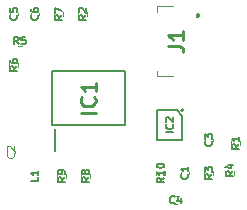
<source format=gto>
G04 #@! TF.GenerationSoftware,KiCad,Pcbnew,(5.1.8)-1*
G04 #@! TF.CreationDate,2021-03-29T10:41:43+03:00*
G04 #@! TF.ProjectId,sensor board,73656e73-6f72-4206-926f-6172642e6b69,rev?*
G04 #@! TF.SameCoordinates,Original*
G04 #@! TF.FileFunction,Legend,Top*
G04 #@! TF.FilePolarity,Positive*
%FSLAX46Y46*%
G04 Gerber Fmt 4.6, Leading zero omitted, Abs format (unit mm)*
G04 Created by KiCad (PCBNEW (5.1.8)-1) date 2021-03-29 10:41:43*
%MOMM*%
%LPD*%
G01*
G04 APERTURE LIST*
%ADD10C,0.120000*%
%ADD11C,0.200000*%
%ADD12C,0.100000*%
%ADD13C,0.300000*%
%ADD14C,0.127000*%
%ADD15C,0.112700*%
%ADD16C,0.254000*%
G04 APERTURE END LIST*
D10*
X144146000Y-83719641D02*
X144146000Y-83412359D01*
X144906000Y-83719641D02*
X144906000Y-83412359D01*
X138302000Y-69950359D02*
X138302000Y-70257641D01*
X137542000Y-69950359D02*
X137542000Y-70257641D01*
X150496000Y-81179641D02*
X150496000Y-80872359D01*
X151256000Y-81179641D02*
X151256000Y-80872359D01*
X132741641Y-72770000D02*
X132434359Y-72770000D01*
X132741641Y-72010000D02*
X132434359Y-72010000D01*
X146198000Y-83458164D02*
X146198000Y-83673836D01*
X146918000Y-83458164D02*
X146918000Y-83673836D01*
X148950000Y-80879836D02*
X148950000Y-80664164D01*
X148230000Y-80879836D02*
X148230000Y-80664164D01*
X132186000Y-81680164D02*
X132186000Y-81895836D01*
X131466000Y-81680164D02*
X131466000Y-81895836D01*
X145660164Y-85492000D02*
X145875836Y-85492000D01*
X145660164Y-86212000D02*
X145875836Y-86212000D01*
X131720000Y-69996164D02*
X131720000Y-70211836D01*
X132440000Y-69996164D02*
X132440000Y-70211836D01*
X134218000Y-69996164D02*
X134218000Y-70211836D01*
X133498000Y-69996164D02*
X133498000Y-70211836D01*
D11*
X135330000Y-79516000D02*
X135330000Y-74916000D01*
X135330000Y-74916000D02*
X141530000Y-74916000D01*
X141530000Y-74916000D02*
X141530000Y-79516000D01*
X141530000Y-79516000D02*
X135330000Y-79516000D01*
X135580000Y-81666000D02*
X135580000Y-79866000D01*
X146346000Y-78702000D02*
X146346000Y-80760000D01*
X146346000Y-80760000D02*
X144230000Y-80760000D01*
X144230000Y-80760000D02*
X144230000Y-78244000D01*
X144230000Y-78244000D02*
X145888000Y-78244000D01*
X145888000Y-78244000D02*
X146346000Y-78702000D01*
X146446000Y-78244000D02*
G75*
G03*
X146446000Y-78244000I-100000J0D01*
G01*
D12*
X144167000Y-74890000D02*
X144167000Y-75390000D01*
X144167000Y-75390000D02*
X145542000Y-75390000D01*
X144167000Y-69890000D02*
X144167000Y-69390000D01*
X144167000Y-69390000D02*
X145542000Y-69390000D01*
D13*
X147642000Y-70290000D02*
X147642000Y-70290000D01*
X147642000Y-70190000D02*
X147642000Y-70190000D01*
X147642000Y-70190000D02*
G75*
G02*
X147642000Y-70290000I0J-50000D01*
G01*
X147642000Y-70290000D02*
G75*
G02*
X147642000Y-70190000I0J50000D01*
G01*
D10*
X148210000Y-83412359D02*
X148210000Y-83719641D01*
X148970000Y-83412359D02*
X148970000Y-83719641D01*
X150748000Y-83412359D02*
X150748000Y-83719641D01*
X149988000Y-83412359D02*
X149988000Y-83719641D01*
X135510000Y-69950359D02*
X135510000Y-70257641D01*
X136270000Y-69950359D02*
X136270000Y-70257641D01*
X137796000Y-83973641D02*
X137796000Y-83666359D01*
X138556000Y-83973641D02*
X138556000Y-83666359D01*
X135764000Y-83973641D02*
X135764000Y-83666359D01*
X136524000Y-83973641D02*
X136524000Y-83666359D01*
X132460000Y-74575641D02*
X132460000Y-74268359D01*
X131700000Y-74575641D02*
X131700000Y-74268359D01*
D14*
X144813261Y-83974214D02*
X144510880Y-84185880D01*
X144813261Y-84337071D02*
X144178261Y-84337071D01*
X144178261Y-84095166D01*
X144208500Y-84034690D01*
X144238738Y-84004452D01*
X144299214Y-83974214D01*
X144389928Y-83974214D01*
X144450404Y-84004452D01*
X144480642Y-84034690D01*
X144510880Y-84095166D01*
X144510880Y-84337071D01*
X144813261Y-83369452D02*
X144813261Y-83732309D01*
X144813261Y-83550880D02*
X144178261Y-83550880D01*
X144268976Y-83611357D01*
X144329452Y-83671833D01*
X144359690Y-83732309D01*
X144178261Y-82976357D02*
X144178261Y-82915880D01*
X144208500Y-82855404D01*
X144238738Y-82825166D01*
X144299214Y-82794928D01*
X144420166Y-82764690D01*
X144571357Y-82764690D01*
X144692309Y-82794928D01*
X144752785Y-82825166D01*
X144783023Y-82855404D01*
X144813261Y-82915880D01*
X144813261Y-82976357D01*
X144783023Y-83036833D01*
X144752785Y-83067071D01*
X144692309Y-83097309D01*
X144571357Y-83127547D01*
X144420166Y-83127547D01*
X144299214Y-83097309D01*
X144238738Y-83067071D01*
X144208500Y-83036833D01*
X144178261Y-82976357D01*
X138209261Y-70209833D02*
X137906880Y-70421500D01*
X138209261Y-70572690D02*
X137574261Y-70572690D01*
X137574261Y-70330785D01*
X137604500Y-70270309D01*
X137634738Y-70240071D01*
X137695214Y-70209833D01*
X137785928Y-70209833D01*
X137846404Y-70240071D01*
X137876642Y-70270309D01*
X137906880Y-70330785D01*
X137906880Y-70572690D01*
X137634738Y-69967928D02*
X137604500Y-69937690D01*
X137574261Y-69877214D01*
X137574261Y-69726023D01*
X137604500Y-69665547D01*
X137634738Y-69635309D01*
X137695214Y-69605071D01*
X137755690Y-69605071D01*
X137846404Y-69635309D01*
X138209261Y-69998166D01*
X138209261Y-69605071D01*
X151163261Y-81131833D02*
X150860880Y-81343500D01*
X151163261Y-81494690D02*
X150528261Y-81494690D01*
X150528261Y-81252785D01*
X150558500Y-81192309D01*
X150588738Y-81162071D01*
X150649214Y-81131833D01*
X150739928Y-81131833D01*
X150800404Y-81162071D01*
X150830642Y-81192309D01*
X150860880Y-81252785D01*
X150860880Y-81494690D01*
X151163261Y-80527071D02*
X151163261Y-80889928D01*
X151163261Y-80708500D02*
X150528261Y-80708500D01*
X150618976Y-80768976D01*
X150679452Y-80829452D01*
X150709690Y-80889928D01*
X132482166Y-72677261D02*
X132270500Y-72374880D01*
X132119309Y-72677261D02*
X132119309Y-72042261D01*
X132361214Y-72042261D01*
X132421690Y-72072500D01*
X132451928Y-72102738D01*
X132482166Y-72163214D01*
X132482166Y-72253928D01*
X132451928Y-72314404D01*
X132421690Y-72344642D01*
X132361214Y-72374880D01*
X132119309Y-72374880D01*
X133056690Y-72042261D02*
X132754309Y-72042261D01*
X132724071Y-72344642D01*
X132754309Y-72314404D01*
X132814785Y-72284166D01*
X132965976Y-72284166D01*
X133026452Y-72314404D01*
X133056690Y-72344642D01*
X133086928Y-72405119D01*
X133086928Y-72556309D01*
X133056690Y-72616785D01*
X133026452Y-72647023D01*
X132965976Y-72677261D01*
X132814785Y-72677261D01*
X132754309Y-72647023D01*
X132724071Y-72616785D01*
X146784785Y-83671833D02*
X146815023Y-83702071D01*
X146845261Y-83792785D01*
X146845261Y-83853261D01*
X146815023Y-83943976D01*
X146754547Y-84004452D01*
X146694071Y-84034690D01*
X146573119Y-84064928D01*
X146482404Y-84064928D01*
X146361452Y-84034690D01*
X146300976Y-84004452D01*
X146240500Y-83943976D01*
X146210261Y-83853261D01*
X146210261Y-83792785D01*
X146240500Y-83702071D01*
X146270738Y-83671833D01*
X146845261Y-83067071D02*
X146845261Y-83429928D01*
X146845261Y-83248500D02*
X146210261Y-83248500D01*
X146300976Y-83308976D01*
X146361452Y-83369452D01*
X146391690Y-83429928D01*
X148816785Y-80877833D02*
X148847023Y-80908071D01*
X148877261Y-80998785D01*
X148877261Y-81059261D01*
X148847023Y-81149976D01*
X148786547Y-81210452D01*
X148726071Y-81240690D01*
X148605119Y-81270928D01*
X148514404Y-81270928D01*
X148393452Y-81240690D01*
X148332976Y-81210452D01*
X148272500Y-81149976D01*
X148242261Y-81059261D01*
X148242261Y-80998785D01*
X148272500Y-80908071D01*
X148302738Y-80877833D01*
X148242261Y-80666166D02*
X148242261Y-80273071D01*
X148484166Y-80484738D01*
X148484166Y-80394023D01*
X148514404Y-80333547D01*
X148544642Y-80303309D01*
X148605119Y-80273071D01*
X148756309Y-80273071D01*
X148816785Y-80303309D01*
X148847023Y-80333547D01*
X148877261Y-80394023D01*
X148877261Y-80575452D01*
X148847023Y-80635928D01*
X148816785Y-80666166D01*
D15*
X132052785Y-81893833D02*
X132083023Y-81924071D01*
X132113261Y-82014785D01*
X132113261Y-82075261D01*
X132083023Y-82165976D01*
X132022547Y-82226452D01*
X131962071Y-82256690D01*
X131841119Y-82286928D01*
X131750404Y-82286928D01*
X131629452Y-82256690D01*
X131568976Y-82226452D01*
X131508500Y-82165976D01*
X131478261Y-82075261D01*
X131478261Y-82014785D01*
X131508500Y-81924071D01*
X131538738Y-81893833D01*
X131538738Y-81651928D02*
X131508500Y-81621690D01*
X131478261Y-81561214D01*
X131478261Y-81410023D01*
X131508500Y-81349547D01*
X131538738Y-81319309D01*
X131599214Y-81289071D01*
X131659690Y-81289071D01*
X131750404Y-81319309D01*
X132113261Y-81682166D01*
X132113261Y-81289071D01*
D14*
X145690166Y-86078785D02*
X145659928Y-86109023D01*
X145569214Y-86139261D01*
X145508738Y-86139261D01*
X145418023Y-86109023D01*
X145357547Y-86048547D01*
X145327309Y-85988071D01*
X145297071Y-85867119D01*
X145297071Y-85776404D01*
X145327309Y-85655452D01*
X145357547Y-85594976D01*
X145418023Y-85534500D01*
X145508738Y-85504261D01*
X145569214Y-85504261D01*
X145659928Y-85534500D01*
X145690166Y-85564738D01*
X146234452Y-85715928D02*
X146234452Y-86139261D01*
X146083261Y-85474023D02*
X145932071Y-85927595D01*
X146325166Y-85927595D01*
X132306785Y-70209833D02*
X132337023Y-70240071D01*
X132367261Y-70330785D01*
X132367261Y-70391261D01*
X132337023Y-70481976D01*
X132276547Y-70542452D01*
X132216071Y-70572690D01*
X132095119Y-70602928D01*
X132004404Y-70602928D01*
X131883452Y-70572690D01*
X131822976Y-70542452D01*
X131762500Y-70481976D01*
X131732261Y-70391261D01*
X131732261Y-70330785D01*
X131762500Y-70240071D01*
X131792738Y-70209833D01*
X131732261Y-69635309D02*
X131732261Y-69937690D01*
X132034642Y-69967928D01*
X132004404Y-69937690D01*
X131974166Y-69877214D01*
X131974166Y-69726023D01*
X132004404Y-69665547D01*
X132034642Y-69635309D01*
X132095119Y-69605071D01*
X132246309Y-69605071D01*
X132306785Y-69635309D01*
X132337023Y-69665547D01*
X132367261Y-69726023D01*
X132367261Y-69877214D01*
X132337023Y-69937690D01*
X132306785Y-69967928D01*
X134084785Y-70209833D02*
X134115023Y-70240071D01*
X134145261Y-70330785D01*
X134145261Y-70391261D01*
X134115023Y-70481976D01*
X134054547Y-70542452D01*
X133994071Y-70572690D01*
X133873119Y-70602928D01*
X133782404Y-70602928D01*
X133661452Y-70572690D01*
X133600976Y-70542452D01*
X133540500Y-70481976D01*
X133510261Y-70391261D01*
X133510261Y-70330785D01*
X133540500Y-70240071D01*
X133570738Y-70209833D01*
X133510261Y-69665547D02*
X133510261Y-69786500D01*
X133540500Y-69846976D01*
X133570738Y-69877214D01*
X133661452Y-69937690D01*
X133782404Y-69967928D01*
X134024309Y-69967928D01*
X134084785Y-69937690D01*
X134115023Y-69907452D01*
X134145261Y-69846976D01*
X134145261Y-69726023D01*
X134115023Y-69665547D01*
X134084785Y-69635309D01*
X134024309Y-69605071D01*
X133873119Y-69605071D01*
X133812642Y-69635309D01*
X133782404Y-69665547D01*
X133752166Y-69726023D01*
X133752166Y-69846976D01*
X133782404Y-69907452D01*
X133812642Y-69937690D01*
X133873119Y-69967928D01*
D16*
X139004523Y-78455761D02*
X137734523Y-78455761D01*
X138883571Y-77125285D02*
X138944047Y-77185761D01*
X139004523Y-77367190D01*
X139004523Y-77488142D01*
X138944047Y-77669571D01*
X138823095Y-77790523D01*
X138702142Y-77851000D01*
X138460238Y-77911476D01*
X138278809Y-77911476D01*
X138036904Y-77851000D01*
X137915952Y-77790523D01*
X137795000Y-77669571D01*
X137734523Y-77488142D01*
X137734523Y-77367190D01*
X137795000Y-77185761D01*
X137855476Y-77125285D01*
X139004523Y-75915761D02*
X139004523Y-76641476D01*
X139004523Y-76278619D02*
X137734523Y-76278619D01*
X137915952Y-76399571D01*
X138036904Y-76520523D01*
X138097380Y-76641476D01*
D14*
X145575261Y-80121880D02*
X144940261Y-80121880D01*
X145514785Y-79456642D02*
X145545023Y-79486880D01*
X145575261Y-79577595D01*
X145575261Y-79638071D01*
X145545023Y-79728785D01*
X145484547Y-79789261D01*
X145424071Y-79819500D01*
X145303119Y-79849738D01*
X145212404Y-79849738D01*
X145091452Y-79819500D01*
X145030976Y-79789261D01*
X144970500Y-79728785D01*
X144940261Y-79638071D01*
X144940261Y-79577595D01*
X144970500Y-79486880D01*
X145000738Y-79456642D01*
X145000738Y-79214738D02*
X144970500Y-79184500D01*
X144940261Y-79124023D01*
X144940261Y-78972833D01*
X144970500Y-78912357D01*
X145000738Y-78882119D01*
X145061214Y-78851880D01*
X145121690Y-78851880D01*
X145212404Y-78882119D01*
X145575261Y-79244976D01*
X145575261Y-78851880D01*
D16*
X145159523Y-72813333D02*
X146066666Y-72813333D01*
X146248095Y-72873809D01*
X146369047Y-72994761D01*
X146429523Y-73176190D01*
X146429523Y-73297142D01*
X146429523Y-71543333D02*
X146429523Y-72269047D01*
X146429523Y-71906190D02*
X145159523Y-71906190D01*
X145340952Y-72027142D01*
X145461904Y-72148095D01*
X145522380Y-72269047D01*
D14*
X148877261Y-83671833D02*
X148574880Y-83883500D01*
X148877261Y-84034690D02*
X148242261Y-84034690D01*
X148242261Y-83792785D01*
X148272500Y-83732309D01*
X148302738Y-83702071D01*
X148363214Y-83671833D01*
X148453928Y-83671833D01*
X148514404Y-83702071D01*
X148544642Y-83732309D01*
X148574880Y-83792785D01*
X148574880Y-84034690D01*
X148242261Y-83460166D02*
X148242261Y-83067071D01*
X148484166Y-83278738D01*
X148484166Y-83188023D01*
X148514404Y-83127547D01*
X148544642Y-83097309D01*
X148605119Y-83067071D01*
X148756309Y-83067071D01*
X148816785Y-83097309D01*
X148847023Y-83127547D01*
X148877261Y-83188023D01*
X148877261Y-83369452D01*
X148847023Y-83429928D01*
X148816785Y-83460166D01*
X150655261Y-83417833D02*
X150352880Y-83629500D01*
X150655261Y-83780690D02*
X150020261Y-83780690D01*
X150020261Y-83538785D01*
X150050500Y-83478309D01*
X150080738Y-83448071D01*
X150141214Y-83417833D01*
X150231928Y-83417833D01*
X150292404Y-83448071D01*
X150322642Y-83478309D01*
X150352880Y-83538785D01*
X150352880Y-83780690D01*
X150231928Y-82873547D02*
X150655261Y-82873547D01*
X149990023Y-83024738D02*
X150443595Y-83175928D01*
X150443595Y-82782833D01*
X136177261Y-70209833D02*
X135874880Y-70421500D01*
X136177261Y-70572690D02*
X135542261Y-70572690D01*
X135542261Y-70330785D01*
X135572500Y-70270309D01*
X135602738Y-70240071D01*
X135663214Y-70209833D01*
X135753928Y-70209833D01*
X135814404Y-70240071D01*
X135844642Y-70270309D01*
X135874880Y-70330785D01*
X135874880Y-70572690D01*
X135542261Y-69998166D02*
X135542261Y-69574833D01*
X136177261Y-69846976D01*
X138463261Y-83925833D02*
X138160880Y-84137500D01*
X138463261Y-84288690D02*
X137828261Y-84288690D01*
X137828261Y-84046785D01*
X137858500Y-83986309D01*
X137888738Y-83956071D01*
X137949214Y-83925833D01*
X138039928Y-83925833D01*
X138100404Y-83956071D01*
X138130642Y-83986309D01*
X138160880Y-84046785D01*
X138160880Y-84288690D01*
X138100404Y-83562976D02*
X138070166Y-83623452D01*
X138039928Y-83653690D01*
X137979452Y-83683928D01*
X137949214Y-83683928D01*
X137888738Y-83653690D01*
X137858500Y-83623452D01*
X137828261Y-83562976D01*
X137828261Y-83442023D01*
X137858500Y-83381547D01*
X137888738Y-83351309D01*
X137949214Y-83321071D01*
X137979452Y-83321071D01*
X138039928Y-83351309D01*
X138070166Y-83381547D01*
X138100404Y-83442023D01*
X138100404Y-83562976D01*
X138130642Y-83623452D01*
X138160880Y-83653690D01*
X138221357Y-83683928D01*
X138342309Y-83683928D01*
X138402785Y-83653690D01*
X138433023Y-83623452D01*
X138463261Y-83562976D01*
X138463261Y-83442023D01*
X138433023Y-83381547D01*
X138402785Y-83351309D01*
X138342309Y-83321071D01*
X138221357Y-83321071D01*
X138160880Y-83351309D01*
X138130642Y-83381547D01*
X138100404Y-83442023D01*
X136431261Y-83925833D02*
X136128880Y-84137500D01*
X136431261Y-84288690D02*
X135796261Y-84288690D01*
X135796261Y-84046785D01*
X135826500Y-83986309D01*
X135856738Y-83956071D01*
X135917214Y-83925833D01*
X136007928Y-83925833D01*
X136068404Y-83956071D01*
X136098642Y-83986309D01*
X136128880Y-84046785D01*
X136128880Y-84288690D01*
X136431261Y-83623452D02*
X136431261Y-83502500D01*
X136401023Y-83442023D01*
X136370785Y-83411785D01*
X136280071Y-83351309D01*
X136159119Y-83321071D01*
X135917214Y-83321071D01*
X135856738Y-83351309D01*
X135826500Y-83381547D01*
X135796261Y-83442023D01*
X135796261Y-83562976D01*
X135826500Y-83623452D01*
X135856738Y-83653690D01*
X135917214Y-83683928D01*
X136068404Y-83683928D01*
X136128880Y-83653690D01*
X136159119Y-83623452D01*
X136189357Y-83562976D01*
X136189357Y-83442023D01*
X136159119Y-83381547D01*
X136128880Y-83351309D01*
X136068404Y-83321071D01*
X132367261Y-74527833D02*
X132064880Y-74739500D01*
X132367261Y-74890690D02*
X131732261Y-74890690D01*
X131732261Y-74648785D01*
X131762500Y-74588309D01*
X131792738Y-74558071D01*
X131853214Y-74527833D01*
X131943928Y-74527833D01*
X132004404Y-74558071D01*
X132034642Y-74588309D01*
X132064880Y-74648785D01*
X132064880Y-74890690D01*
X131732261Y-73983547D02*
X131732261Y-74104500D01*
X131762500Y-74164976D01*
X131792738Y-74195214D01*
X131883452Y-74255690D01*
X132004404Y-74285928D01*
X132246309Y-74285928D01*
X132306785Y-74255690D01*
X132337023Y-74225452D01*
X132367261Y-74164976D01*
X132367261Y-74044023D01*
X132337023Y-73983547D01*
X132306785Y-73953309D01*
X132246309Y-73923071D01*
X132095119Y-73923071D01*
X132034642Y-73953309D01*
X132004404Y-73983547D01*
X131974166Y-74044023D01*
X131974166Y-74164976D01*
X132004404Y-74225452D01*
X132034642Y-74255690D01*
X132095119Y-74285928D01*
X134145261Y-83925833D02*
X134145261Y-84228214D01*
X133510261Y-84228214D01*
X134145261Y-83381547D02*
X134145261Y-83744404D01*
X134145261Y-83562976D02*
X133510261Y-83562976D01*
X133600976Y-83623452D01*
X133661452Y-83683928D01*
X133691690Y-83744404D01*
M02*

</source>
